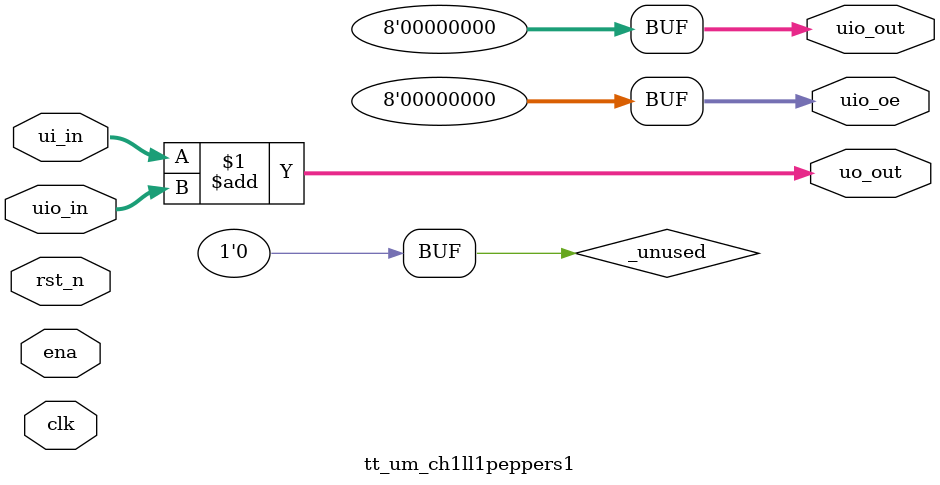
<source format=v>
/*
 * Copyright (c) 2024 Your Name
 * SPDX-License-Identifier: Apache-2.0
 */

`default_nettype none

module tt_um_ch1ll1peppers1 (
    input  wire [7:0] ui_in,    // Dedicated inputs
    output wire [7:0] uo_out,   // Dedicated outputs
    input  wire [7:0] uio_in,   // IOs: Input path
    output wire [7:0] uio_out,  // IOs: Output path
    output wire [7:0] uio_oe,   // IOs: Enable path (active high: 0=input, 1=output)
    input  wire       ena,      // always 1 when the design is powered, so you can ignore it
    input  wire       clk,      // clock
    input  wire       rst_n     // reset_n - low to reset
);

  // All output pins must be assigned. If not used, assign to 0.
  assign uo_out  = ui_in + uio_in;  // Example: ou_out is the sum of ui_in and uio_in
  assign uio_out = 0;
  assign uio_oe  = 0;

  // List all unused inputs to prevent warnings
  wire _unused = &{ena, clk, rst_n, 1'b0};

endmodule

</source>
